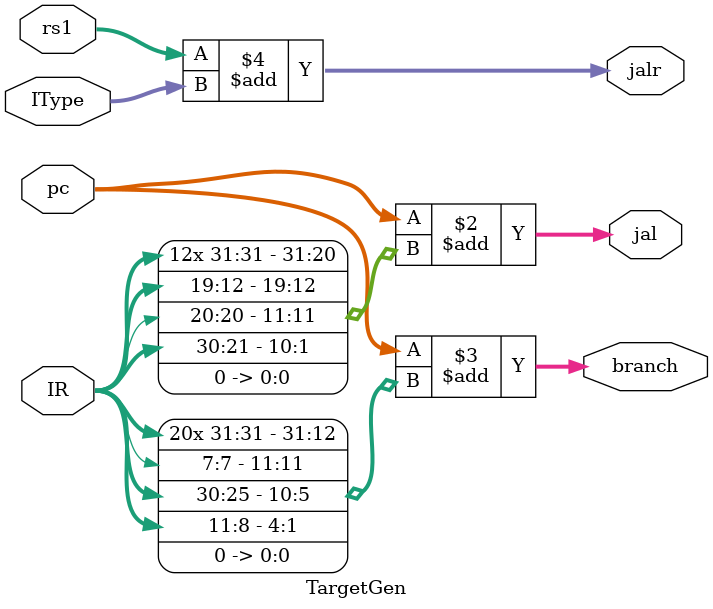
<source format=sv>
`timescale 1ns / 1ps


module TargetGen(
    input [31:0] pc,
    input [31:0] IR,
    input [31:0] rs1,
    input [31:0] IType,
    output logic [31:0] jalr,
    output logic [31:0] branch,
    output logic [31:0] jal
    );
    
    always_comb
    begin
    jal = pc + {{12{IR[31]}}, IR[19:12], IR[20], IR[30:21],1'b0};
    branch = pc + {{20{IR[31]}},IR[7], IR[30:25], IR[11:8], 1'b0};
    jalr = rs1 + IType;
    end
endmodule

</source>
